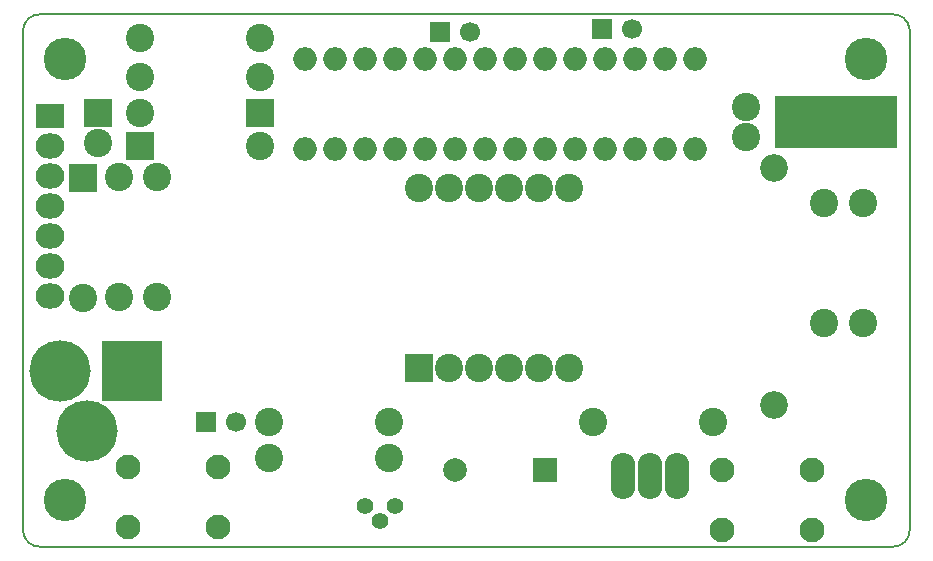
<source format=gbr>
G04 #@! TF.FileFunction,Soldermask,Top*
%FSLAX46Y46*%
G04 Gerber Fmt 4.6, Leading zero omitted, Abs format (unit mm)*
G04 Created by KiCad (PCBNEW 4.0.1-stable) date 14-Oct-16 3:18:09 PM*
%MOMM*%
G01*
G04 APERTURE LIST*
%ADD10C,0.100000*%
%ADD11C,0.150000*%
%ADD12R,2.432000X2.432000*%
%ADD13C,2.400000*%
%ADD14R,1.700000X1.700000*%
%ADD15C,1.700000*%
%ADD16R,2.432000X2.127200*%
%ADD17O,2.432000X2.127200*%
%ADD18C,2.398980*%
%ADD19C,2.348180*%
%ADD20C,5.200600*%
%ADD21R,5.200600X5.200600*%
%ADD22R,2.398980X2.398980*%
%ADD23R,2.400000X2.400000*%
%ADD24O,2.000000X2.000000*%
%ADD25C,1.400760*%
%ADD26O,2.099260X3.900120*%
%ADD27R,2.000000X2.000000*%
%ADD28C,2.000000*%
%ADD29C,2.100000*%
%ADD30R,10.400000X4.400000*%
%ADD31C,3.600000*%
G04 APERTURE END LIST*
D10*
D11*
X172466000Y-73787000D02*
X172466000Y-31242000D01*
X246126000Y-75057000D02*
X173990000Y-75057000D01*
X247523000Y-31242000D02*
X247523000Y-73660000D01*
X173990000Y-29972000D02*
X245999000Y-29972000D01*
X173990000Y-29972000D02*
G75*
G03X172466000Y-31242000I-127000J-1397000D01*
G01*
X247523000Y-31242000D02*
G75*
G03X245999000Y-29972000I-1397000J-127000D01*
G01*
X246126000Y-75057000D02*
G75*
G03X247523000Y-73660000I0J1397000D01*
G01*
X172466000Y-73787000D02*
G75*
G03X173990000Y-75057000I1397000J127000D01*
G01*
D12*
X205973680Y-59903360D03*
D13*
X208513680Y-59903360D03*
X211053680Y-59903360D03*
X213593680Y-59903360D03*
X216133680Y-59903360D03*
X218673680Y-59903360D03*
X213593680Y-44663360D03*
X216133680Y-44663360D03*
X205973680Y-44663360D03*
X208513680Y-44663360D03*
X218673680Y-44663360D03*
X211053680Y-44663360D03*
D14*
X187960000Y-64516000D03*
D15*
X190460000Y-64516000D03*
D16*
X174752000Y-38608000D03*
D17*
X174752000Y-41148000D03*
X174752000Y-43688000D03*
X174752000Y-46228000D03*
X174752000Y-48768000D03*
X174752000Y-51308000D03*
X174752000Y-53848000D03*
D18*
X192532000Y-32004000D03*
X182372000Y-32004000D03*
X182372000Y-35306000D03*
X192532000Y-35306000D03*
X203454000Y-64516000D03*
X193294000Y-64516000D03*
X220726000Y-64516000D03*
X230886000Y-64516000D03*
X240284000Y-56134000D03*
X240284000Y-45974000D03*
X180594000Y-53873400D03*
X180594000Y-43713400D03*
X183794400Y-53873400D03*
X183794400Y-43713400D03*
D19*
X236029500Y-43030140D03*
X236029500Y-63030100D03*
D20*
X175564800Y-60198000D03*
D21*
X181660800Y-60198000D03*
D20*
X177850800Y-65278000D03*
D18*
X177535840Y-53987700D03*
D22*
X177535840Y-43827700D03*
D23*
X178816000Y-38354000D03*
D13*
X178816000Y-40894000D03*
D14*
X221488000Y-31242000D03*
D15*
X223988000Y-31242000D03*
D18*
X182372000Y-38356540D03*
D22*
X192532000Y-38356540D03*
D18*
X192532000Y-41145460D03*
D22*
X182372000Y-41145460D03*
D24*
X196342000Y-41402000D03*
X198882000Y-41402000D03*
X201422000Y-41402000D03*
X203962000Y-41402000D03*
X206502000Y-41402000D03*
X209042000Y-41402000D03*
X211582000Y-41402000D03*
X214122000Y-41402000D03*
X216662000Y-41402000D03*
X219202000Y-41402000D03*
X221742000Y-41402000D03*
X224282000Y-41402000D03*
X226822000Y-41402000D03*
X229362000Y-41402000D03*
X229362000Y-33782000D03*
X226822000Y-33782000D03*
X224282000Y-33782000D03*
X221742000Y-33782000D03*
X219202000Y-33782000D03*
X216662000Y-33782000D03*
X214122000Y-33782000D03*
X211582000Y-33782000D03*
X209042000Y-33782000D03*
X206502000Y-33782000D03*
X203962000Y-33782000D03*
X201422000Y-33782000D03*
X198882000Y-33782000D03*
X196342000Y-33782000D03*
D25*
X202692000Y-72898000D03*
X201422000Y-71628000D03*
X203962000Y-71628000D03*
D26*
X225552000Y-69088000D03*
X227843080Y-69088000D03*
X223260920Y-69088000D03*
D18*
X203454000Y-67564000D03*
X193294000Y-67564000D03*
X243586000Y-45974000D03*
X243586000Y-56134000D03*
D27*
X216662000Y-68580000D03*
D28*
X209042000Y-68580000D03*
D29*
X231648000Y-73660000D03*
X231648000Y-68580000D03*
X239268000Y-73660000D03*
X239268000Y-68580000D03*
X181356000Y-73406000D03*
X181356000Y-68326000D03*
X188976000Y-73406000D03*
X188976000Y-68326000D03*
D14*
X207772000Y-31496000D03*
D15*
X210272000Y-31496000D03*
D13*
X233680000Y-37846000D03*
X233680000Y-40386000D03*
D30*
X241300000Y-39116000D03*
D31*
X243840000Y-33782000D03*
X176022000Y-71120000D03*
X176022000Y-33782000D03*
X243840000Y-71120000D03*
M02*

</source>
